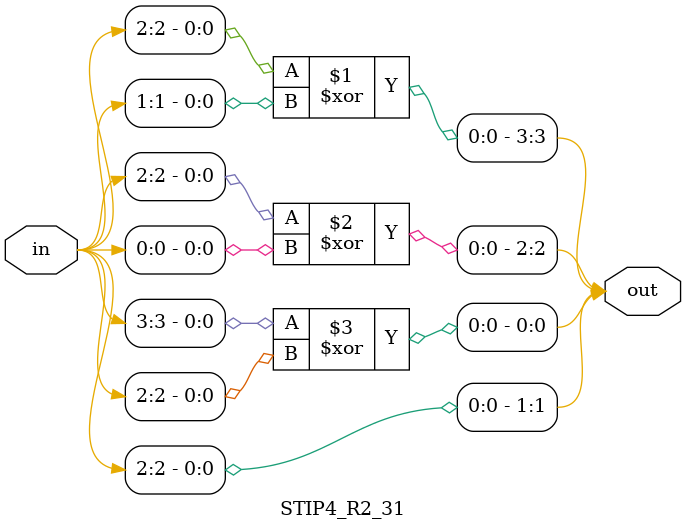
<source format=v>
module  STIP4_R2_31(in,out);
input[3:0] in;
output[3:0] out;
wire[3:0] out;
assign out[3]=in[2]^in[1];
assign out[2]=in[2]^in[0];
assign out[1]=in[2];
assign out[0]=in[3]^in[2];
endmodule

</source>
